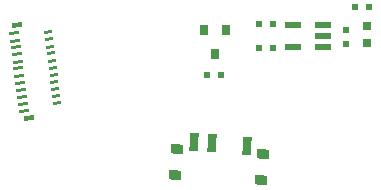
<source format=gbp>
%FSTAX23Y23*%
%MOIN*%
%SFA1B1*%

%IPPOS*%
%AMD38*
4,1,4,-0.011800,0.030300,-0.015700,-0.028500,0.011800,-0.030300,0.015700,0.028500,-0.011800,0.030300,0.0*
%
%AMD39*
4,1,4,-0.020700,-0.014400,0.018600,-0.017000,0.020700,0.014400,-0.018600,0.017000,-0.020700,-0.014400,0.0*
%
%AMD40*
4,1,4,0.014900,0.007100,-0.016200,0.003000,-0.014900,-0.007100,0.016200,-0.003000,0.014900,0.007100,0.0*
%
%AMD41*
4,1,4,0.012000,0.006700,-0.013400,0.003400,-0.012000,-0.006700,0.013400,-0.003400,0.012000,0.006700,0.0*
%
%AMD42*
4,1,4,0.015500,0.009900,-0.017600,0.005500,-0.015500,-0.009900,0.017600,-0.005500,0.015500,0.009900,0.0*
%
%ADD37R,0.055100X0.023600*%
G04~CAMADD=38~9~0.0~0.0~591.0~276.0~0.0~0.0~0~0.0~0.0~0.0~0.0~0~0.0~0.0~0.0~0.0~0~0.0~0.0~0.0~86.3~314.0~605.0*
%ADD38D38*%
G04~CAMADD=39~9~0.0~0.0~394.0~315.0~0.0~0.0~0~0.0~0.0~0.0~0.0~0~0.0~0.0~0.0~0.0~0~0.0~0.0~0.0~176.3~414.0~339.0*
%ADD39D39*%
G04~CAMADD=40~9~0.0~0.0~315.0~102.0~0.0~0.0~0~0.0~0.0~0.0~0.0~0~0.0~0.0~0.0~0.0~0~0.0~0.0~0.0~7.5~324.0~141.0*
%ADD40D40*%
G04~CAMADD=41~9~0.0~0.0~256.0~102.0~0.0~0.0~0~0.0~0.0~0.0~0.0~0~0.0~0.0~0.0~0.0~0~0.0~0.0~0.0~7.5~268.0~133.0*
%ADD41D41*%
G04~CAMADD=42~9~0.0~0.0~335.0~157.0~0.0~0.0~0~0.0~0.0~0.0~0.0~0~0.0~0.0~0.0~0.0~0~0.0~0.0~0.0~7.5~352.0~197.0*
%ADD42D42*%
%ADD43R,0.031500X0.035400*%
%ADD44R,0.021700X0.021700*%
%ADD45R,0.021700X0.021700*%
%ADD46R,0.031500X0.031500*%
%LNpower_pcb-1*%
%LPD*%
G54D37*
X01285Y00792D03*
Y00717D03*
X01384D03*
Y00755D03*
Y00792D03*
G54D38*
X01131Y00389D03*
X01014Y00396D03*
X00955Y004D03*
G54D39*
X01185Y0036D03*
X01179Y00273D03*
X00898Y00378D03*
X00892Y00292D03*
G54D40*
X00388Y00505D03*
X00385Y00529D03*
X00381Y00552D03*
X00378Y00575D03*
X00375Y00599D03*
X00372Y00622D03*
X00369Y00646D03*
X00366Y00669D03*
X00363Y00693D03*
X0036Y00716D03*
X00357Y00739D03*
X00354Y00763D03*
G54D41*
X00498Y00532D03*
X00495Y00555D03*
X00492Y00579D03*
X00489Y00602D03*
X00486Y00625D03*
X00483Y00649D03*
X0048Y00672D03*
X00477Y00696D03*
X00474Y00719D03*
X0047Y00743D03*
X00467Y00766D03*
G54D42*
X00404Y0048D03*
X00363Y00792D03*
G54D43*
X01025Y00695D03*
X01062Y00774D03*
X00987D03*
G54D44*
X00997Y00625D03*
X01043D03*
X01218Y00715D03*
X01172D03*
Y00795D03*
X01218D03*
X01538Y0085D03*
X01492D03*
G54D45*
X0146Y00727D03*
Y00773D03*
G54D46*
X0153Y00789D03*
Y0073D03*
M02*
</source>
